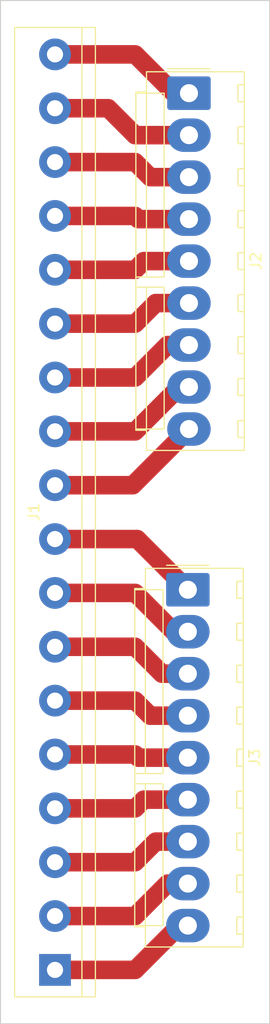
<source format=kicad_pcb>
(kicad_pcb (version 20221018) (generator pcbnew)
  (title_block (title "Afterglow I/O adapter") (date "2024-02-17") (rev "1.0") (company "Broken Pipe Software"))
  (layers (0 "F.Cu" signal) (31 "B.Cu" signal) (34 "B.Paste" user) (35 "F.Paste" user) (36 "B.SilkS" user "B.Silkscreen") (37 "F.SilkS" user "F.Silkscreen") (38 "B.Mask" user) (39 "F.Mask" user) (44 "Edge.Cuts" user))
  (net 0 "")
  (net 1 "Net-(J1-Pin_1)")
  (net 2 "Net-(J1-Pin_2)")
  (net 3 "Net-(J1-Pin_3)")
  (net 4 "Net-(J1-Pin_4)")
  (net 5 "Net-(J1-Pin_5)")
  (net 6 "Net-(J1-Pin_6)")
  (net 7 "Net-(J1-Pin_7)")
  (net 8 "Net-(J1-Pin_8)")
  (net 9 "Net-(J1-Pin_9)")
  (net 10 "Net-(J1-Pin_10)")
  (net 11 "Net-(J1-Pin_11)")
  (net 12 "Net-(J1-Pin_12)")
  (net 13 "Net-(J1-Pin_13)")
  (net 14 "Net-(J1-Pin_14)")
  (net 15 "Net-(J1-Pin_15)")
  (net 16 "Net-(J1-Pin_16)")
  (net 17 "Net-(J1-Pin_17)")
  (net 18 "Net-(J1-Pin_18)")
  (footprint "Connector_Molex:Molex_KK-396_A-41791-0009_1x09_P3.96mm_Vertical" (layer "F.Cu") (at 40.535 73.36 -90)
    (fp_text reference "J3" (at 15.84 -6.31 90) (layer "F.SilkS"))
    (fp_text value "Playfield_Col")
    (fp_line (start -2.31 -2) (end -2.31 2) (stroke (width 0.12)) (layer "F.SilkS"))
    (fp_line (start -2.02 -5.22) (end 33.7 -5.22) (stroke (width 0.12)) (layer "F.SilkS"))
    (fp_line (start -2.02 4.005) (end -2.02 -5.22) (stroke (width 0.12)) (layer "F.SilkS"))
    (fp_line (start -0.8 -5.22) (end -0.8 -4.62) (stroke (width 0.12)) (layer "F.SilkS"))
    (fp_line (start -0.8 -4.62) (end 0.8 -4.62) (stroke (width 0.12)) (layer "F.SilkS"))
    (fp_line (start -0.115 4.005) (end -2.02 4.005) (stroke (width 0.12)) (layer "F.SilkS"))
    (fp_line (start -0.115 5.01) (end -0.115 4.005) (stroke (width 0.12)) (layer "F.SilkS"))
    (fp_line (start 0 2.34) (end 17.34 2.34) (stroke (width 0.12)) (layer "F.SilkS"))
    (fp_line (start 0 4.01) (end 0 2.34) (stroke (width 0.12)) (layer "F.SilkS"))
    (fp_line (start 0 4.01) (end 17.34 4.01) (stroke (width 0.12)) (layer "F.SilkS"))
    (fp_line (start 0 5.01) (end 0 4.01) (stroke (width 0.12)) (layer "F.SilkS"))
    (fp_line (start 0.8 -4.62) (end 0.8 -5.22) (stroke (width 0.12)) (layer "F.SilkS"))
    (fp_line (start 3.16 -5.22) (end 3.16 -4.62) (stroke (width 0.12)) (layer "F.SilkS"))
    (fp_line (start 3.16 -4.62) (end 4.76 -4.62) (stroke (width 0.12)) (layer "F.SilkS"))
    (fp_line (start 4.76 -4.62) (end 4.76 -5.22) (stroke (width 0.12)) (layer "F.SilkS"))
    (fp_line (start 7.12 -5.22) (end 7.12 -4.62) (stroke (width 0.12)) (layer "F.SilkS"))
    (fp_line (start 7.12 -4.62) (end 8.72 -4.62) (stroke (width 0.12)) (layer "F.SilkS"))
    (fp_line (start 8.72 -4.62) (end 8.72 -5.22) (stroke (width 0.12)) (layer "F.SilkS"))
    (fp_line (start 11.08 -5.22) (end 11.08 -4.62) (stroke (width 0.12)) (layer "F.SilkS"))
    (fp_line (start 11.08 -4.62) (end 12.68 -4.62) (stroke (width 0.12)) (layer "F.SilkS"))
    (fp_line (start 12.68 -4.62) (end 12.68 -5.22) (stroke (width 0.12)) (layer "F.SilkS"))
    (fp_line (start 15.04 -5.22) (end 15.04 -4.62) (stroke (width 0.12)) (layer "F.SilkS"))
    (fp_line (start 15.04 -4.62) (end 16.64 -4.62) (stroke (width 0.12)) (layer "F.SilkS"))
    (fp_line (start 16.64 -4.62) (end 16.64 -5.22) (stroke (width 0.12)) (layer "F.SilkS"))
    (fp_line (start 17.34 2.34) (end 17.34 4.01) (stroke (width 0.12)) (layer "F.SilkS"))
    (fp_line (start 17.34 4.01) (end 17.34 5.01) (stroke (width 0.12)) (layer "F.SilkS"))
    (fp_line (start 18.3 2.34) (end 31.68 2.34) (stroke (width 0.12)) (layer "F.SilkS"))
    (fp_line (start 18.3 4.01) (end 18.3 2.34) (stroke (width 0.12)) (layer "F.SilkS"))
    (fp_line (start 18.3 4.01) (end 31.68 4.01) (stroke (width 0.12)) (layer "F.SilkS"))
    (fp_line (start 18.3 5.01) (end 18.3 4.01) (stroke (width 0.12)) (layer "F.SilkS"))
    (fp_line (start 19 -5.22) (end 19 -4.62) (stroke (width 0.12)) (layer "F.SilkS"))
    (fp_line (start 19 -4.62) (end 20.6 -4.62) (stroke (width 0.12)) (layer "F.SilkS"))
    (fp_line (start 20.6 -4.62) (end 20.6 -5.22) (stroke (width 0.12)) (layer "F.SilkS"))
    (fp_line (start 22.96 -5.22) (end 22.96 -4.62) (stroke (width 0.12)) (layer "F.SilkS"))
    (fp_line (start 22.96 -4.62) (end 24.56 -4.62) (stroke (width 0.12)) (layer "F.SilkS"))
    (fp_line (start 24.56 -4.62) (end 24.56 -5.22) (stroke (width 0.12)) (layer "F.SilkS"))
    (fp_line (start 26.92 -5.22) (end 26.92 -4.62) (stroke (width 0.12)) (layer "F.SilkS"))
    (fp_line (start 26.92 -4.62) (end 28.52 -4.62) (stroke (width 0.12)) (layer "F.SilkS"))
    (fp_line (start 28.52 -4.62) (end 28.52 -5.22) (stroke (width 0.12)) (layer "F.SilkS"))
    (fp_line (start 30.88 -5.22) (end 30.88 -4.62) (stroke (width 0.12)) (layer "F.SilkS"))
    (fp_line (start 30.88 -4.62) (end 32.48 -4.62) (stroke (width 0.12)) (layer "F.SilkS"))
    (fp_line (start 31.68 2.34) (end 31.68 4.01) (stroke (width 0.12)) (layer "F.SilkS"))
    (fp_line (start 31.68 4.01) (end 31.68 5.01) (stroke (width 0.12)) (layer "F.SilkS"))
    (fp_line (start 31.795 4.005) (end 31.795 5.01) (stroke (width 0.12)) (layer "F.SilkS"))
    (fp_line (start 31.795 5.01) (end -0.115 5.01) (stroke (width 0.12)) (layer "F.SilkS"))
    (fp_line (start 32.48 -4.62) (end 32.48 -5.22) (stroke (width 0.12)) (layer "F.SilkS"))
    (fp_line (start 33.7 -5.22) (end 33.7 4.005) (stroke (width 0.12)) (layer "F.SilkS"))
    (fp_line (start 33.7 4.005) (end 31.795 4.005) (stroke (width 0.12)) (layer "F.SilkS"))
    (pad "1" thru_hole roundrect (at 0 0 270) (size 3.16 4.1) (drill 1.7) (layers "*.Cu" "*.Mask") (roundrect_rratio 0.07911392405) (net 9 "Net-(J1-Pin_9)"))
    (pad "2" thru_hole oval (at 3.96 0 270) (size 3.16 4.1) (drill 1.7) (layers "*.Cu" "*.Mask") (net 8 "Net-(J1-Pin_8)"))
    (pad "3" thru_hole oval (at 7.92 0 270) (size 3.16 4.1) (drill 1.7) (layers "*.Cu" "*.Mask") (net 7 "Net-(J1-Pin_7)"))
    (pad "4" thru_hole oval (at 11.88 0 270) (size 3.16 4.1) (drill 1.7) (layers "*.Cu" "*.Mask") (net 6 "Net-(J1-Pin_6)"))
    (pad "5" thru_hole oval (at 15.84 0 270) (size 3.16 4.1) (drill 1.7) (layers "*.Cu" "*.Mask") (net 5 "Net-(J1-Pin_5)"))
    (pad "6" thru_hole oval (at 19.8 0 270) (size 3.16 4.1) (drill 1.7) (layers "*.Cu" "*.Mask") (net 4 "Net-(J1-Pin_4)"))
    (pad "7" thru_hole oval (at 23.76 0 270) (size 3.16 4.1) (drill 1.7) (layers "*.Cu" "*.Mask") (net 3 "Net-(J1-Pin_3)"))
    (pad "8" thru_hole oval (at 27.72 0 270) (size 3.16 4.1) (drill 1.7) (layers "*.Cu" "*.Mask") (net 2 "Net-(J1-Pin_2)"))
    (pad "9" thru_hole oval (at 31.68 0 270) (size 3.16 4.1) (drill 1.7) (layers "*.Cu" "*.Mask") (net 1 "Net-(J1-Pin_1)"))
  )
  (footprint "Connector_Molex:Molex_KK-396_A-41791-0009_1x09_P3.96mm_Vertical" (layer "F.Cu") (at 40.64 26.52 -90)
    (fp_text reference "J2" (at 15.84 -6.31 90) (layer "F.SilkS"))
    (fp_text value "Playfield_Col")
    (fp_line (start -2.31 -2) (end -2.31 2) (stroke (width 0.12)) (layer "F.SilkS"))
    (fp_line (start -2.02 -5.22) (end 33.7 -5.22) (stroke (width 0.12)) (layer "F.SilkS"))
    (fp_line (start -2.02 4.005) (end -2.02 -5.22) (stroke (width 0.12)) (layer "F.SilkS"))
    (fp_line (start -0.8 -5.22) (end -0.8 -4.62) (stroke (width 0.12)) (layer "F.SilkS"))
    (fp_line (start -0.8 -4.62) (end 0.8 -4.62) (stroke (width 0.12)) (layer "F.SilkS"))
    (fp_line (start -0.115 4.005) (end -2.02 4.005) (stroke (width 0.12)) (layer "F.SilkS"))
    (fp_line (start -0.115 5.01) (end -0.115 4.005) (stroke (width 0.12)) (layer "F.SilkS"))
    (fp_line (start 0 2.34) (end 17.34 2.34) (stroke (width 0.12)) (layer "F.SilkS"))
    (fp_line (start 0 4.01) (end 0 2.34) (stroke (width 0.12)) (layer "F.SilkS"))
    (fp_line (start 0 4.01) (end 17.34 4.01) (stroke (width 0.12)) (layer "F.SilkS"))
    (fp_line (start 0 5.01) (end 0 4.01) (stroke (width 0.12)) (layer "F.SilkS"))
    (fp_line (start 0.8 -4.62) (end 0.8 -5.22) (stroke (width 0.12)) (layer "F.SilkS"))
    (fp_line (start 3.16 -5.22) (end 3.16 -4.62) (stroke (width 0.12)) (layer "F.SilkS"))
    (fp_line (start 3.16 -4.62) (end 4.76 -4.62) (stroke (width 0.12)) (layer "F.SilkS"))
    (fp_line (start 4.76 -4.62) (end 4.76 -5.22) (stroke (width 0.12)) (layer "F.SilkS"))
    (fp_line (start 7.12 -5.22) (end 7.12 -4.62) (stroke (width 0.12)) (layer "F.SilkS"))
    (fp_line (start 7.12 -4.62) (end 8.72 -4.62) (stroke (width 0.12)) (layer "F.SilkS"))
    (fp_line (start 8.72 -4.62) (end 8.72 -5.22) (stroke (width 0.12)) (layer "F.SilkS"))
    (fp_line (start 11.08 -5.22) (end 11.08 -4.62) (stroke (width 0.12)) (layer "F.SilkS"))
    (fp_line (start 11.08 -4.62) (end 12.68 -4.62) (stroke (width 0.12)) (layer "F.SilkS"))
    (fp_line (start 12.68 -4.62) (end 12.68 -5.22) (stroke (width 0.12)) (layer "F.SilkS"))
    (fp_line (start 15.04 -5.22) (end 15.04 -4.62) (stroke (width 0.12)) (layer "F.SilkS"))
    (fp_line (start 15.04 -4.62) (end 16.64 -4.62) (stroke (width 0.12)) (layer "F.SilkS"))
    (fp_line (start 16.64 -4.62) (end 16.64 -5.22) (stroke (width 0.12)) (layer "F.SilkS"))
    (fp_line (start 17.34 2.34) (end 17.34 4.01) (stroke (width 0.12)) (layer "F.SilkS"))
    (fp_line (start 17.34 4.01) (end 17.34 5.01) (stroke (width 0.12)) (layer "F.SilkS"))
    (fp_line (start 18.3 2.34) (end 31.68 2.34) (stroke (width 0.12)) (layer "F.SilkS"))
    (fp_line (start 18.3 4.01) (end 18.3 2.34) (stroke (width 0.12)) (layer "F.SilkS"))
    (fp_line (start 18.3 4.01) (end 31.68 4.01) (stroke (width 0.12)) (layer "F.SilkS"))
    (fp_line (start 18.3 5.01) (end 18.3 4.01) (stroke (width 0.12)) (layer "F.SilkS"))
    (fp_line (start 19 -5.22) (end 19 -4.62) (stroke (width 0.12)) (layer "F.SilkS"))
    (fp_line (start 19 -4.62) (end 20.6 -4.62) (stroke (width 0.12)) (layer "F.SilkS"))
    (fp_line (start 20.6 -4.62) (end 20.6 -5.22) (stroke (width 0.12)) (layer "F.SilkS"))
    (fp_line (start 22.96 -5.22) (end 22.96 -4.62) (stroke (width 0.12)) (layer "F.SilkS"))
    (fp_line (start 22.96 -4.62) (end 24.56 -4.62) (stroke (width 0.12)) (layer "F.SilkS"))
    (fp_line (start 24.56 -4.62) (end 24.56 -5.22) (stroke (width 0.12)) (layer "F.SilkS"))
    (fp_line (start 26.92 -5.22) (end 26.92 -4.62) (stroke (width 0.12)) (layer "F.SilkS"))
    (fp_line (start 26.92 -4.62) (end 28.52 -4.62) (stroke (width 0.12)) (layer "F.SilkS"))
    (fp_line (start 28.52 -4.62) (end 28.52 -5.22) (stroke (width 0.12)) (layer "F.SilkS"))
    (fp_line (start 30.88 -5.22) (end 30.88 -4.62) (stroke (width 0.12)) (layer "F.SilkS"))
    (fp_line (start 30.88 -4.62) (end 32.48 -4.62) (stroke (width 0.12)) (layer "F.SilkS"))
    (fp_line (start 31.68 2.34) (end 31.68 4.01) (stroke (width 0.12)) (layer "F.SilkS"))
    (fp_line (start 31.68 4.01) (end 31.68 5.01) (stroke (width 0.12)) (layer "F.SilkS"))
    (fp_line (start 31.795 4.005) (end 31.795 5.01) (stroke (width 0.12)) (layer "F.SilkS"))
    (fp_line (start 31.795 5.01) (end -0.115 5.01) (stroke (width 0.12)) (layer "F.SilkS"))
    (fp_line (start 32.48 -4.62) (end 32.48 -5.22) (stroke (width 0.12)) (layer "F.SilkS"))
    (fp_line (start 33.7 -5.22) (end 33.7 4.005) (stroke (width 0.12)) (layer "F.SilkS"))
    (fp_line (start 33.7 4.005) (end 31.795 4.005) (stroke (width 0.12)) (layer "F.SilkS"))
    (pad "1" thru_hole roundrect (at 0 0 270) (size 3.16 4.1) (drill 1.7) (layers "*.Cu" "*.Mask") (roundrect_rratio 0.07911392405) (net 18 "Net-(J1-Pin_18)"))
    (pad "2" thru_hole oval (at 3.96 0 270) (size 3.16 4.1) (drill 1.7) (layers "*.Cu" "*.Mask") (net 17 "Net-(J1-Pin_17)"))
    (pad "3" thru_hole oval (at 7.92 0 270) (size 3.16 4.1) (drill 1.7) (layers "*.Cu" "*.Mask") (net 16 "Net-(J1-Pin_16)"))
    (pad "4" thru_hole oval (at 11.88 0 270) (size 3.16 4.1) (drill 1.7) (layers "*.Cu" "*.Mask") (net 15 "Net-(J1-Pin_15)"))
    (pad "5" thru_hole oval (at 15.84 0 270) (size 3.16 4.1) (drill 1.7) (layers "*.Cu" "*.Mask") (net 14 "Net-(J1-Pin_14)"))
    (pad "6" thru_hole oval (at 19.8 0 270) (size 3.16 4.1) (drill 1.7) (layers "*.Cu" "*.Mask") (net 13 "Net-(J1-Pin_13)"))
    (pad "7" thru_hole oval (at 23.76 0 270) (size 3.16 4.1) (drill 1.7) (layers "*.Cu" "*.Mask") (net 12 "Net-(J1-Pin_12)"))
    (pad "8" thru_hole oval (at 27.72 0 270) (size 3.16 4.1) (drill 1.7) (layers "*.Cu" "*.Mask") (net 11 "Net-(J1-Pin_11)"))
    (pad "9" thru_hole oval (at 31.68 0 270) (size 3.16 4.1) (drill 1.7) (layers "*.Cu" "*.Mask") (net 10 "Net-(J1-Pin_10)"))
  )
  (footprint "MyLibrary:TerminalBlock_bornier-18_P5.08mm" (layer "F.Cu") (at 28 109.22 90)
    (fp_text reference "J1" (at 43.18 -2 90) (layer "F.SilkS"))
    (fp_text value "Afterglow")
    (fp_line (start -2.54 -3.81) (end -2.54 3.81) (stroke (width 0.12)) (layer "F.SilkS"))
    (fp_line (start -2.54 -3.81) (end 88.9 -3.81) (stroke (width 0.12)) (layer "F.SilkS"))
    (fp_line (start -2.54 2.54) (end 88.9 2.54) (stroke (width 0.12)) (layer "F.SilkS"))
    (fp_line (start -2.54 3.81) (end 88.9 3.81) (stroke (width 0.12)) (layer "F.SilkS"))
    (fp_line (start 88.9 3.81) (end 88.9 -3.81) (stroke (width 0.12)) (layer "F.SilkS"))
    (pad "1" thru_hole rect (at 0 0 90) (size 3 3) (drill 1.52) (layers "*.Cu" "*.Mask") (net 1 "Net-(J1-Pin_1)"))
    (pad "2" thru_hole circle (at 5.08 0 90) (size 3 3) (drill 1.52) (layers "*.Cu" "*.Mask") (net 2 "Net-(J1-Pin_2)"))
    (pad "3" thru_hole circle (at 10.16 0 90) (size 3 3) (drill 1.52) (layers "*.Cu" "*.Mask") (net 3 "Net-(J1-Pin_3)"))
    (pad "4" thru_hole circle (at 15.24 0 90) (size 3 3) (drill 1.52) (layers "*.Cu" "*.Mask") (net 4 "Net-(J1-Pin_4)"))
    (pad "5" thru_hole circle (at 20.32 0 90) (size 3 3) (drill 1.52) (layers "*.Cu" "*.Mask") (net 5 "Net-(J1-Pin_5)"))
    (pad "6" thru_hole circle (at 25.4 0 90) (size 3 3) (drill 1.52) (layers "*.Cu" "*.Mask") (net 6 "Net-(J1-Pin_6)"))
    (pad "7" thru_hole circle (at 30.48 0 90) (size 3 3) (drill 1.52) (layers "*.Cu" "*.Mask") (net 7 "Net-(J1-Pin_7)"))
    (pad "8" thru_hole circle (at 35.56 0 90) (size 3 3) (drill 1.52) (layers "*.Cu" "*.Mask") (net 8 "Net-(J1-Pin_8)"))
    (pad "9" thru_hole circle (at 40.64 0 90) (size 3 3) (drill 1.52) (layers "*.Cu" "*.Mask") (net 9 "Net-(J1-Pin_9)"))
    (pad "10" thru_hole circle (at 45.72 0 90) (size 3 3) (drill 1.52) (layers "*.Cu" "*.Mask") (net 10 "Net-(J1-Pin_10)"))
    (pad "11" thru_hole circle (at 50.8 0 90) (size 3 3) (drill 1.52) (layers "*.Cu" "*.Mask") (net 11 "Net-(J1-Pin_11)"))
    (pad "12" thru_hole circle (at 55.88 0 90) (size 3 3) (drill 1.52) (layers "*.Cu" "*.Mask") (net 12 "Net-(J1-Pin_12)"))
    (pad "13" thru_hole circle (at 60.96 0 90) (size 3 3) (drill 1.52) (layers "*.Cu" "*.Mask") (net 13 "Net-(J1-Pin_13)"))
    (pad "14" thru_hole circle (at 66.04 0 90) (size 3 3) (drill 1.52) (layers "*.Cu" "*.Mask") (net 14 "Net-(J1-Pin_14)"))
    (pad "15" thru_hole circle (at 71.12 0 90) (size 3 3) (drill 1.52) (layers "*.Cu" "*.Mask") (net 15 "Net-(J1-Pin_15)"))
    (pad "16" thru_hole circle (at 76.2 0 90) (size 3 3) (drill 1.52) (layers "*.Cu" "*.Mask") (net 16 "Net-(J1-Pin_16)"))
    (pad "17" thru_hole circle (at 81.28 0 90) (size 3 3) (drill 1.52) (layers "*.Cu" "*.Mask") (net 17 "Net-(J1-Pin_17)"))
    (pad "18" thru_hole circle (at 86.36 0 90) (size 3 3) (drill 1.52) (layers "*.Cu" "*.Mask") (net 18 "Net-(J1-Pin_18)"))
  )
  (gr_rect (start 22.86 17.78) (end 48.26 114.3) (stroke (width 0.1)) (fill none) (layer "Edge.Cuts"))
  (segment (start 27.94 109.22) (end 35.56 109.22) (width 1.75) (layer "F.Cu") (net 1))
  (segment (start 39.74 105.04) (end 40.535 105.04) (width 1.75) (layer "F.Cu") (net 1))
  (segment (start 35.56 109.22) (end 39.74 105.04) (width 1.75) (layer "F.Cu") (net 1))
  (segment (start 35.56 104.14) (end 38.62 101.08) (width 1.75) (layer "F.Cu") (net 2))
  (segment (start 27.94 104.14) (end 35.56 104.14) (width 1.75) (layer "F.Cu") (net 2))
  (segment (start 38.62 101.08) (end 40.535 101.08) (width 1.75) (layer "F.Cu") (net 2))
  (segment (start 37.5 97.12) (end 40.535 97.12) (width 1.75) (layer "F.Cu") (net 3))
  (segment (start 27.94 99.06) (end 35.56 99.06) (width 1.75) (layer "F.Cu") (net 3))
  (segment (start 35.56 99.06) (end 37.5 97.12) (width 1.75) (layer "F.Cu") (net 3))
  (segment (start 27.94 93.98) (end 35.56 93.98) (width 1.75) (layer "F.Cu") (net 4))
  (segment (start 35.56 93.98) (end 36.38 93.16) (width 1.75) (layer "F.Cu") (net 4))
  (segment (start 36.38 93.16) (end 40.535 93.16) (width 1.75) (layer "F.Cu") (net 4))
  (segment (start 35.86 89.2) (end 40.535 89.2) (width 1.75) (layer "F.Cu") (net 5))
  (segment (start 27.94 88.9) (end 35.56 88.9) (width 1.75) (layer "F.Cu") (net 5))
  (segment (start 35.56 88.9) (end 35.86 89.2) (width 1.75) (layer "F.Cu") (net 5))
  (segment (start 35.56 83.82) (end 36.98 85.24) (width 1.75) (layer "F.Cu") (net 6))
  (segment (start 27.94 83.82) (end 35.56 83.82) (width 1.75) (layer "F.Cu") (net 6))
  (segment (start 36.98 85.24) (end 40.535 85.24) (width 1.75) (layer "F.Cu") (net 6))
  (segment (start 27.94 78.74) (end 35.56 78.74) (width 1.75) (layer "F.Cu") (net 7))
  (segment (start 38.1 81.28) (end 40.535 81.28) (width 1.75) (layer "F.Cu") (net 7))
  (segment (start 35.56 78.74) (end 38.1 81.28) (width 1.75) (layer "F.Cu") (net 7))
  (segment (start 27.94 73.66) (end 35.56 73.66) (width 1.75) (layer "F.Cu") (net 8))
  (segment (start 35.56 73.66) (end 39.22 77.32) (width 1.75) (layer "F.Cu") (net 8))
  (segment (start 39.22 77.32) (end 40.535 77.32) (width 1.75) (layer "F.Cu") (net 8))
  (segment (start 35.755 68.58) (end 40.535 73.36) (width 1.75) (layer "F.Cu") (net 9))
  (segment (start 27.94 68.58) (end 35.755 68.58) (width 1.75) (layer "F.Cu") (net 9))
  (segment (start 35.34 63.5) (end 40.64 58.2) (width 1.75) (layer "F.Cu") (net 10))
  (segment (start 27.94 63.5) (end 35.34 63.5) (width 1.75) (layer "F.Cu") (net 10))
  (segment (start 39.74 54.24) (end 40.64 54.24) (width 1.75) (layer "F.Cu") (net 11))
  (segment (start 35.56 58.42) (end 39.74 54.24) (width 1.75) (layer "F.Cu") (net 11))
  (segment (start 27.94 58.42) (end 35.56 58.42) (width 1.75) (layer "F.Cu") (net 11))
  (segment (start 35.56 53.34) (end 38.62 50.28) (width 1.75) (layer "F.Cu") (net 12))
  (segment (start 27.94 53.34) (end 35.56 53.34) (width 1.75) (layer "F.Cu") (net 12))
  (segment (start 38.62 50.28) (end 40.64 50.28) (width 1.75) (layer "F.Cu") (net 12))
  (segment (start 35.56 48.26) (end 37.5 46.32) (width 1.75) (layer "F.Cu") (net 13))
  (segment (start 27.94 48.26) (end 35.56 48.26) (width 1.75) (layer "F.Cu") (net 13))
  (segment (start 37.5 46.32) (end 40.64 46.32) (width 1.75) (layer "F.Cu") (net 13))
  (segment (start 35.56 43.18) (end 36.38 42.36) (width 1.75) (layer "F.Cu") (net 14))
  (segment (start 27.94 43.18) (end 35.56 43.18) (width 1.75) (layer "F.Cu") (net 14))
  (segment (start 36.38 42.36) (end 40.64 42.36) (width 1.75) (layer "F.Cu") (net 14))
  (segment (start 35.86 38.4) (end 40.64 38.4) (width 1.75) (layer "F.Cu") (net 15))
  (segment (start 35.56 38.1) (end 35.86 38.4) (width 1.75) (layer "F.Cu") (net 15))
  (segment (start 27.94 38.1) (end 35.56 38.1) (width 1.75) (layer "F.Cu") (net 15))
  (segment (start 36.98 34.44) (end 40.64 34.44) (width 1.75) (layer "F.Cu") (net 16))
  (segment (start 28 33.02) (end 35.56 33.02) (width 1.75) (layer "F.Cu") (net 16))
  (segment (start 35.56 33.02) (end 36.98 34.44) (width 1.75) (layer "F.Cu") (net 16))
  (segment (start 35.56 30.48) (end 40.64 30.48) (width 1.75) (layer "F.Cu") (net 17))
  (segment (start 27.94 27.94) (end 33.02 27.94) (width 1.75) (layer "F.Cu") (net 17))
  (segment (start 33.02 27.94) (end 35.56 30.48) (width 1.75) (layer "F.Cu") (net 17))
  (segment (start 35.56 22.86) (end 39.22 26.52) (width 1.75) (layer "F.Cu") (net 18))
  (segment (start 27.94 22.86) (end 35.56 22.86) (width 1.75) (layer "F.Cu") (net 18))
  (segment (start 39.22 26.52) (end 40.64 26.52) (width 1.75) (layer "F.Cu") (net 18))
)
</source>
